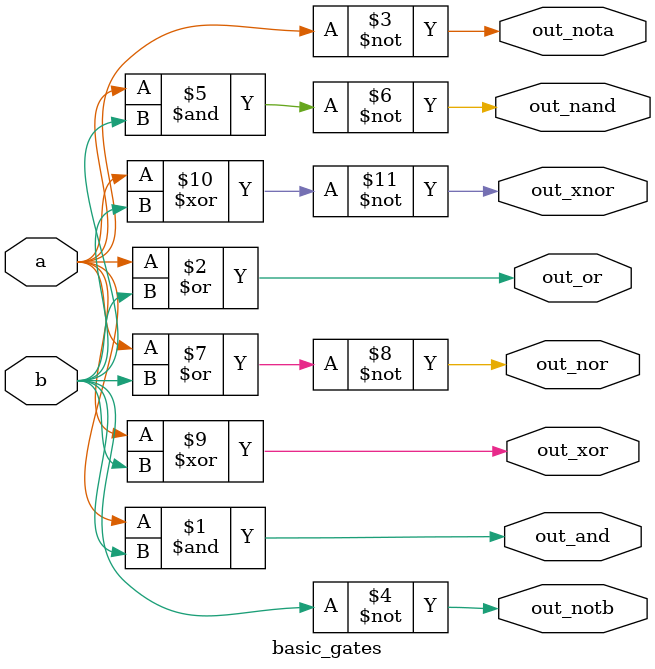
<source format=v>
module basic_gates(input a,b, output out_and,out_or,out_nota,out_notb,out_nand,out_nor,out_xor,out_xnor);
    assign out_and=a&b;
    assign out_or=a|b;
    assign out_nota=~a;
    assign out_notb=~b;
    assign out_nand=~(a&b);
    assign out_nor=~(a|b);
    assign out_xor=a^b;
    assign out_xnor=~(a^b);
endmodule



</source>
